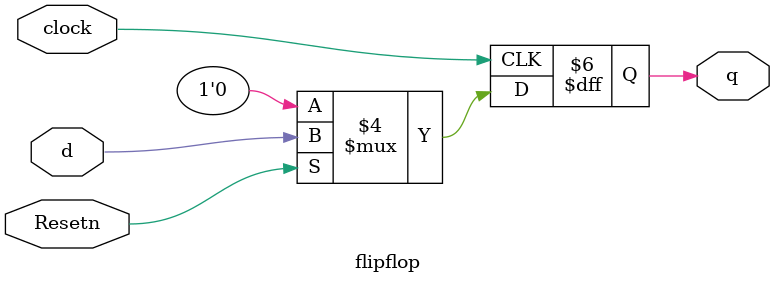
<source format=v>
module shifter(SW, KEY, LEDR);
	input [9:0] SW;
	input [3:0] KEY;
	output [9:0] LEDR;
	
	subShifter sh(.LoadVal(SW[7:0]), 
					  .Load_n(KEY[1]), 
					  .ShiftRight(KEY[2]), 
					  .ASR(KEY[3]), 
					  .clk(KEY[0]), 
					  .reset_n(SW[9]), 
					  .Q(LEDR[7:0]));
endmodule

//eight bit shifter sub module
module subShifter(LoadVal, Load_n, ShiftRight, ASR, clk, reset_n, Q);
	input [7:0] LoadVal;
	input Load_n, ShiftRight, ASR, clk, reset_n;
	output [7:0] Q;
	
	wire [7:0] sh_out;
	wire ext;
	
	signExtension s(.asr(ASR), 
					    .in(LoadVal[7]), 
					    .out(ext));
	
	subShifterBit sh7(.load_val(LoadVal[7]), 
						   .load_n(Load_n), 
							.Clk(clk), 
							.in(ext), 
							.shift(ShiftRight), 
							.resetn(reset_n), 
							.out(sh_out[7]));
							
	subShifterBit sh6(.load_val(LoadVal[6]), 
						   .load_n(Load_n), 
							.Clk(clk), 
							.in(sh_out[7]), 
							.shift(ShiftRight), 
							.resetn(reset_n), 
							.out(sh_out[6]));
							
	subShifterBit sh5(.load_val(LoadVal[5]), 
						   .load_n(Load_n), 
							.Clk(clk), 
							.in(sh_out[6]), 
							.shift(ShiftRight), 
							.resetn(reset_n), 
							.out(sh_out[5]));
							
	subShifterBit sh4(.load_val(LoadVal[4]), 
						   .load_n(Load_n), 
							.Clk(clk), 
							.in(sh_out[5]), 
							.shift(ShiftRight), 
							.resetn(reset_n), 
							.out(sh_out[4]));
							
	subShifterBit sh3(.load_val(LoadVal[3]), 
						   .load_n(Load_n), 
							.Clk(clk), 
							.in(sh_out[4]), 
							.shift(ShiftRight), 
							.resetn(reset_n), 
							.out(sh_out[3]));
							
	subShifterBit sh2(.load_val(LoadVal[2]), 
						   .load_n(Load_n), 
							.Clk(clk), 
							.in(sh_out[3]), 
							.shift(ShiftRight), 
							.resetn(reset_n), 
							.out(sh_out[2]));
	
	subShifterBit sh1(.load_val(LoadVal[1]), 
						   .load_n(Load_n), 
							.Clk(clk), 
							.in(sh_out[2]), 
							.shift(ShiftRight), 
							.resetn(reset_n), 
							.out(sh_out[1]));
							
	subShifterBit sh0(.load_val(LoadVal[0]), 
						   .load_n(Load_n), 
							.Clk(clk), 
							.in(sh_out[1]), 
							.shift(ShiftRight), 
							.resetn(reset_n), 
							.out(sh_out[0]));
							
	assign Q = sh_out;
endmodule

//circuit to perform sign extension
module signExtension(asr, in, out);
	input asr, in;
	output reg out;
	
	always @(*)
	begin
		if (asr == 1'b1)
			out <= in;
		else
			out <= 1'b0;
	end
endmodule

//single bit shifter
module subShifterBit(load_val, load_n, Clk, in, shift, resetn, out);
	input load_val, load_n, Clk, in, shift, resetn;
	output out;
	
	wire mux1tomux2;
	wire mux2toff;
	wire ffout;
	
	mux2to1 mux1(.x(in), 
					 .y(ffout), 
					 .s(shift), 
					 .m(mux1tomux2));
					 
	mux2to1 mux2(.x(mux1tomux2), 
					 .y(load_val), 
					 .s(load_n), 
					 .m(mux2toff));
					 
	flipflop ff(.clock(Clk), 
					.Resetn(resetn), 
					.d(mux2toff), 
					.q(ffout));
	
	assign out = ffout;
endmodule

//2 to 1 multiplexer
module mux2to1(x, y, s, m);
    input x; //selected when s is 0
    input y; //selected when s is 1
    input s; //select signal
    output m; //output
  
    assign m = s & y | ~s & x;
endmodule

//D flip flop
module flipflop(clock, Resetn, d, q);
	input clock, Resetn, d;
	output reg q;
	
	always @(posedge clock)
	begin
		if (Resetn == 1'b0)
			q <= 0;
		else 
			q <= d;
	end
endmodule

</source>
